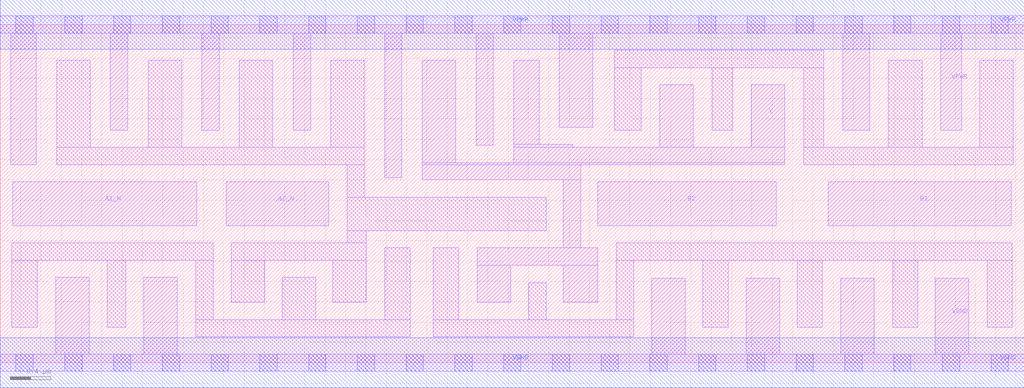
<source format=lef>
# Copyright 2020 The SkyWater PDK Authors
#
# Licensed under the Apache License, Version 2.0 (the "License");
# you may not use this file except in compliance with the License.
# You may obtain a copy of the License at
#
#     https://www.apache.org/licenses/LICENSE-2.0
#
# Unless required by applicable law or agreed to in writing, software
# distributed under the License is distributed on an "AS IS" BASIS,
# WITHOUT WARRANTIES OR CONDITIONS OF ANY KIND, either express or implied.
# See the License for the specific language governing permissions and
# limitations under the License.
#
# SPDX-License-Identifier: Apache-2.0

VERSION 5.7 ;
  NAMESCASESENSITIVE ON ;
  NOWIREEXTENSIONATPIN ON ;
  DIVIDERCHAR "/" ;
  BUSBITCHARS "[]" ;
UNITS
  DATABASE MICRONS 200 ;
END UNITS
MACRO sky130_fd_sc_ms__o2bb2ai_4
  CLASS CORE ;
  SOURCE USER ;
  FOREIGN sky130_fd_sc_ms__o2bb2ai_4 ;
  ORIGIN  0.000000  0.000000 ;
  SIZE  10.08000 BY  3.330000 ;
  SYMMETRY X Y ;
  SITE unit ;
  PIN A1_N
    ANTENNAGATEAREA  1.250400 ;
    DIRECTION INPUT ;
    USE SIGNAL ;
    PORT
      LAYER li1 ;
        RECT 0.125000 1.350000 1.935000 1.780000 ;
    END
  END A1_N
  PIN A2_N
    ANTENNAGATEAREA  1.250400 ;
    DIRECTION INPUT ;
    USE SIGNAL ;
    PORT
      LAYER li1 ;
        RECT 2.225000 1.350000 3.235000 1.780000 ;
    END
  END A2_N
  PIN B1
    ANTENNAGATEAREA  1.250400 ;
    DIRECTION INPUT ;
    USE SIGNAL ;
    PORT
      LAYER li1 ;
        RECT 8.150000 1.350000 9.955000 1.780000 ;
    END
  END B1
  PIN B2
    ANTENNAGATEAREA  1.250400 ;
    DIRECTION INPUT ;
    USE SIGNAL ;
    PORT
      LAYER li1 ;
        RECT 5.885000 1.350000 7.640000 1.780000 ;
    END
  END B2
  PIN Y
    ANTENNADIFFAREA  1.624000 ;
    DIRECTION OUTPUT ;
    USE SIGNAL ;
    PORT
      LAYER li1 ;
        RECT 4.155000 1.800000 5.715000 1.950000 ;
        RECT 4.155000 1.950000 7.725000 1.970000 ;
        RECT 4.155000 1.970000 4.485000 2.980000 ;
        RECT 4.695000 0.595000 5.025000 0.960000 ;
        RECT 4.695000 0.960000 5.885000 1.130000 ;
        RECT 5.055000 1.970000 7.725000 2.120000 ;
        RECT 5.055000 2.120000 5.635000 2.150000 ;
        RECT 5.055000 2.150000 5.305000 2.980000 ;
        RECT 5.545000 0.595000 5.885000 0.960000 ;
        RECT 5.545000 1.130000 5.715000 1.800000 ;
        RECT 6.495000 2.120000 6.825000 2.735000 ;
        RECT 7.395000 2.120000 7.725000 2.735000 ;
    END
  END Y
  PIN VGND
    DIRECTION INOUT ;
    USE GROUND ;
    PORT
      LAYER li1 ;
        RECT 0.000000 -0.085000 10.080000 0.085000 ;
        RECT 0.545000  0.085000  0.875000 0.840000 ;
        RECT 1.415000  0.085000  1.745000 0.840000 ;
        RECT 6.415000  0.085000  6.745000 0.830000 ;
        RECT 7.345000  0.085000  7.675000 0.830000 ;
        RECT 8.275000  0.085000  8.605000 0.830000 ;
        RECT 9.205000  0.085000  9.535000 0.830000 ;
      LAYER mcon ;
        RECT 0.155000 -0.085000 0.325000 0.085000 ;
        RECT 0.635000 -0.085000 0.805000 0.085000 ;
        RECT 1.115000 -0.085000 1.285000 0.085000 ;
        RECT 1.595000 -0.085000 1.765000 0.085000 ;
        RECT 2.075000 -0.085000 2.245000 0.085000 ;
        RECT 2.555000 -0.085000 2.725000 0.085000 ;
        RECT 3.035000 -0.085000 3.205000 0.085000 ;
        RECT 3.515000 -0.085000 3.685000 0.085000 ;
        RECT 3.995000 -0.085000 4.165000 0.085000 ;
        RECT 4.475000 -0.085000 4.645000 0.085000 ;
        RECT 4.955000 -0.085000 5.125000 0.085000 ;
        RECT 5.435000 -0.085000 5.605000 0.085000 ;
        RECT 5.915000 -0.085000 6.085000 0.085000 ;
        RECT 6.395000 -0.085000 6.565000 0.085000 ;
        RECT 6.875000 -0.085000 7.045000 0.085000 ;
        RECT 7.355000 -0.085000 7.525000 0.085000 ;
        RECT 7.835000 -0.085000 8.005000 0.085000 ;
        RECT 8.315000 -0.085000 8.485000 0.085000 ;
        RECT 8.795000 -0.085000 8.965000 0.085000 ;
        RECT 9.275000 -0.085000 9.445000 0.085000 ;
        RECT 9.755000 -0.085000 9.925000 0.085000 ;
      LAYER met1 ;
        RECT 0.000000 -0.245000 10.080000 0.245000 ;
    END
  END VGND
  PIN VPWR
    DIRECTION INOUT ;
    USE POWER ;
    PORT
      LAYER li1 ;
        RECT 0.000000 3.245000 10.080000 3.415000 ;
        RECT 0.105000 1.950000  0.355000 3.245000 ;
        RECT 1.085000 2.290000  1.255000 3.245000 ;
        RECT 1.985000 2.290000  2.155000 3.245000 ;
        RECT 2.885000 2.290000  3.055000 3.245000 ;
        RECT 3.785000 1.820000  3.955000 3.245000 ;
        RECT 4.685000 2.140000  4.855000 3.245000 ;
        RECT 5.505000 2.320000  5.835000 3.245000 ;
        RECT 8.295000 2.290000  8.560000 3.245000 ;
        RECT 9.260000 2.290000  9.465000 3.245000 ;
      LAYER mcon ;
        RECT 0.155000 3.245000 0.325000 3.415000 ;
        RECT 0.635000 3.245000 0.805000 3.415000 ;
        RECT 1.115000 3.245000 1.285000 3.415000 ;
        RECT 1.595000 3.245000 1.765000 3.415000 ;
        RECT 2.075000 3.245000 2.245000 3.415000 ;
        RECT 2.555000 3.245000 2.725000 3.415000 ;
        RECT 3.035000 3.245000 3.205000 3.415000 ;
        RECT 3.515000 3.245000 3.685000 3.415000 ;
        RECT 3.995000 3.245000 4.165000 3.415000 ;
        RECT 4.475000 3.245000 4.645000 3.415000 ;
        RECT 4.955000 3.245000 5.125000 3.415000 ;
        RECT 5.435000 3.245000 5.605000 3.415000 ;
        RECT 5.915000 3.245000 6.085000 3.415000 ;
        RECT 6.395000 3.245000 6.565000 3.415000 ;
        RECT 6.875000 3.245000 7.045000 3.415000 ;
        RECT 7.355000 3.245000 7.525000 3.415000 ;
        RECT 7.835000 3.245000 8.005000 3.415000 ;
        RECT 8.315000 3.245000 8.485000 3.415000 ;
        RECT 8.795000 3.245000 8.965000 3.415000 ;
        RECT 9.275000 3.245000 9.445000 3.415000 ;
        RECT 9.755000 3.245000 9.925000 3.415000 ;
      LAYER met1 ;
        RECT 0.000000 3.085000 10.080000 3.575000 ;
    END
  END VPWR
  OBS
    LAYER li1 ;
      RECT 0.115000 0.350000 0.365000 1.010000 ;
      RECT 0.115000 1.010000 2.095000 1.180000 ;
      RECT 0.555000 1.950000 3.585000 2.120000 ;
      RECT 0.555000 2.120000 0.885000 2.980000 ;
      RECT 1.055000 0.350000 1.235000 1.010000 ;
      RECT 1.455000 2.120000 1.785000 2.980000 ;
      RECT 1.925000 0.255000 4.035000 0.425000 ;
      RECT 1.925000 0.425000 2.095000 1.010000 ;
      RECT 2.275000 0.595000 2.605000 1.010000 ;
      RECT 2.275000 1.010000 3.605000 1.180000 ;
      RECT 2.355000 2.120000 2.685000 2.980000 ;
      RECT 2.775000 0.425000 3.105000 0.840000 ;
      RECT 3.255000 2.120000 3.585000 2.980000 ;
      RECT 3.275000 0.595000 3.605000 1.010000 ;
      RECT 3.415000 1.180000 3.605000 1.300000 ;
      RECT 3.415000 1.300000 5.375000 1.630000 ;
      RECT 3.415000 1.630000 3.585000 1.950000 ;
      RECT 3.785000 0.425000 4.035000 1.130000 ;
      RECT 4.265000 0.255000 6.235000 0.425000 ;
      RECT 4.265000 0.425000 4.515000 1.130000 ;
      RECT 5.205000 0.425000 5.375000 0.790000 ;
      RECT 6.045000 2.290000 6.310000 2.905000 ;
      RECT 6.045000 2.905000 8.110000 3.075000 ;
      RECT 6.065000 0.425000 6.235000 1.010000 ;
      RECT 6.065000 1.010000 9.965000 1.180000 ;
      RECT 6.915000 0.350000 7.165000 1.010000 ;
      RECT 7.010000 2.290000 7.210000 2.905000 ;
      RECT 7.845000 0.350000 8.095000 1.010000 ;
      RECT 7.910000 1.950000 9.975000 2.120000 ;
      RECT 7.910000 2.120000 8.110000 2.905000 ;
      RECT 8.745000 2.120000 9.075000 2.980000 ;
      RECT 8.785000 0.350000 9.035000 1.010000 ;
      RECT 9.645000 2.120000 9.975000 2.980000 ;
      RECT 9.715000 0.350000 9.965000 1.010000 ;
  END
END sky130_fd_sc_ms__o2bb2ai_4

</source>
